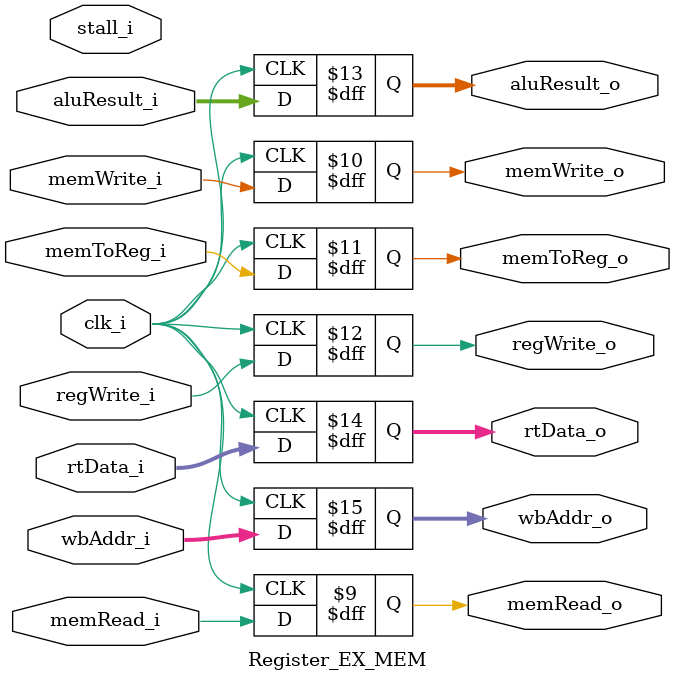
<source format=v>
module Register_EX_MEM
(
    clk_i,
    stall_i,

    memRead_i,
    memWrite_i,
    memToReg_i,
    regWrite_i,
    aluResult_i,
    rtData_i,
    wbAddr_i,

    memRead_o,
    memWrite_o,
    memToReg_o,
    regWrite_o,
    aluResult_o,
    rtData_o,
    wbAddr_o
);

// Interface
input               clk_i;
input               stall_i;

input               memRead_i;
input               memWrite_i;
input               memToReg_i;
input               regWrite_i;
input       [31:0]  aluResult_i;
input       [31:0]  rtData_i;
input       [4:0]   wbAddr_i;

output  reg         memRead_o  = 0;
output  reg         memWrite_o = 0;
output  reg         memToReg_o = 0;
output  reg         regWrite_o = 0;
output  reg  [31:0] aluResult_o = 0;
output  reg  [31:0] rtData_o = 0;
output  reg  [4:0]  wbAddr_o = 0;

// Calculation
always @ (posedge clk_i ) begin
    if(clk_i)begin
        memRead_o   <= memRead_i;
        memWrite_o <= memWrite_i;
        memToReg_o  <= memToReg_i;
        regWrite_o  <= regWrite_i;
        aluResult_o <= aluResult_i;
        rtData_o   <= rtData_i;
        wbAddr_o    <= wbAddr_i;
    end
end

endmodule
</source>
